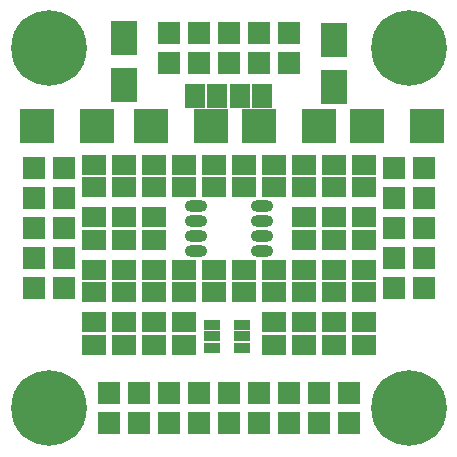
<source format=gbr>
G04 #@! TF.FileFunction,Soldermask,Top*
%FSLAX46Y46*%
G04 Gerber Fmt 4.6, Leading zero omitted, Abs format (unit mm)*
G04 Created by KiCad (PCBNEW 4.0.2+dfsg1-2~bpo8+1-stable) date Mon 03 Apr 2017 09:19:50 AM CEST*
%MOMM*%
G01*
G04 APERTURE LIST*
%ADD10C,0.100000*%
%ADD11R,1.924000X1.924000*%
%ADD12O,1.873200X1.009600*%
%ADD13C,6.400000*%
%ADD14R,2.200860X2.899360*%
%ADD15R,2.950160X2.899360*%
%ADD16R,1.400760X0.900000*%
%ADD17R,1.400760X0.901040*%
%ADD18R,2.000000X1.750000*%
%ADD19R,1.750000X2.000000*%
G04 APERTURE END LIST*
D10*
D11*
X163830000Y-101600000D03*
X161290000Y-101600000D03*
X163830000Y-99060000D03*
X161290000Y-99060000D03*
X163830000Y-96520000D03*
X161290000Y-96520000D03*
X163830000Y-93980000D03*
X161290000Y-93980000D03*
X163830000Y-91440000D03*
X161290000Y-91440000D03*
D12*
X144526000Y-94615000D03*
X144526000Y-95885000D03*
X144526000Y-97155000D03*
X144526000Y-98425000D03*
X150114000Y-98425000D03*
X150114000Y-97155000D03*
X150114000Y-95885000D03*
X150114000Y-94615000D03*
D11*
X157480000Y-110490000D03*
X157480000Y-113030000D03*
X152400000Y-80010000D03*
X152400000Y-82550000D03*
X149860000Y-80010000D03*
X149860000Y-82550000D03*
X147320000Y-80010000D03*
X147320000Y-82550000D03*
X144780000Y-80010000D03*
X144780000Y-82550000D03*
X142240000Y-80010000D03*
X142240000Y-82550000D03*
X133350000Y-101600000D03*
X130810000Y-101600000D03*
X133350000Y-99060000D03*
X130810000Y-99060000D03*
X133350000Y-96520000D03*
X130810000Y-96520000D03*
X133350000Y-93980000D03*
X130810000Y-93980000D03*
X133350000Y-91440000D03*
X130810000Y-91440000D03*
D13*
X132080000Y-111760000D03*
X132080000Y-81280000D03*
X162560000Y-111760000D03*
X162560000Y-81280000D03*
D14*
X138430000Y-84421980D03*
X138430000Y-80424020D03*
X156210000Y-80551020D03*
X156210000Y-84548980D03*
D15*
X164068760Y-87884000D03*
X159019240Y-87884000D03*
X136128760Y-87884000D03*
X131079240Y-87884000D03*
X154924760Y-87884000D03*
X149875240Y-87884000D03*
X145780760Y-87884000D03*
X140731240Y-87884000D03*
D11*
X154940000Y-110490000D03*
X154940000Y-113030000D03*
X152400000Y-110490000D03*
X152400000Y-113030000D03*
X149860000Y-110490000D03*
X149860000Y-113030000D03*
X147320000Y-110490000D03*
X147320000Y-113030000D03*
X144780000Y-110490000D03*
X144780000Y-113030000D03*
X142240000Y-110490000D03*
X142240000Y-113030000D03*
X139700000Y-110490000D03*
X139700000Y-113030000D03*
X137160000Y-110490000D03*
X137160000Y-113030000D03*
D16*
X148463000Y-104711500D03*
X148463000Y-105664000D03*
D17*
X148463000Y-106616500D03*
D16*
X145923000Y-106616500D03*
X145923000Y-105664000D03*
X145923000Y-104711500D03*
D18*
X135890000Y-93027500D03*
X135890000Y-91122500D03*
X138430000Y-91122500D03*
X138430000Y-93027500D03*
X140970000Y-91122500D03*
X140970000Y-93027500D03*
X143510000Y-93027500D03*
X143510000Y-91122500D03*
X146050000Y-93027500D03*
X146050000Y-91122500D03*
X148590000Y-93027500D03*
X148590000Y-91122500D03*
X151130000Y-91122500D03*
X151130000Y-93027500D03*
X153670000Y-93027500D03*
X153670000Y-91122500D03*
X156210000Y-91122500D03*
X156210000Y-93027500D03*
X158750000Y-93027500D03*
X158750000Y-91122500D03*
X135890000Y-95567500D03*
X135890000Y-97472500D03*
X138430000Y-95567500D03*
X138430000Y-97472500D03*
X140970000Y-95567500D03*
X140970000Y-97472500D03*
X153670000Y-97472500D03*
X153670000Y-95567500D03*
X156210000Y-95567500D03*
X156210000Y-97472500D03*
X158750000Y-97472500D03*
X158750000Y-95567500D03*
X138430000Y-100012500D03*
X138430000Y-101917500D03*
X135890000Y-100012500D03*
X135890000Y-101917500D03*
X140970000Y-101917500D03*
X140970000Y-100012500D03*
X143510000Y-101917500D03*
X143510000Y-100012500D03*
X146050000Y-101917500D03*
X146050000Y-100012500D03*
X148590000Y-100012500D03*
X148590000Y-101917500D03*
X151130000Y-101917500D03*
X151130000Y-100012500D03*
X158750000Y-100012500D03*
X158750000Y-101917500D03*
X153670000Y-100012500D03*
X153670000Y-101917500D03*
X156210000Y-100012500D03*
X156210000Y-101917500D03*
X135890000Y-106362500D03*
X135890000Y-104457500D03*
X138430000Y-104457500D03*
X138430000Y-106362500D03*
X140970000Y-104457500D03*
X140970000Y-106362500D03*
X143510000Y-106362500D03*
X143510000Y-104457500D03*
X151130000Y-106362500D03*
X151130000Y-104457500D03*
X153670000Y-106362500D03*
X153670000Y-104457500D03*
X156210000Y-106362500D03*
X156210000Y-104457500D03*
X158750000Y-106362500D03*
X158750000Y-104457500D03*
D19*
X150177500Y-85280500D03*
X148272500Y-85280500D03*
X146367500Y-85280500D03*
X144462500Y-85280500D03*
M02*

</source>
